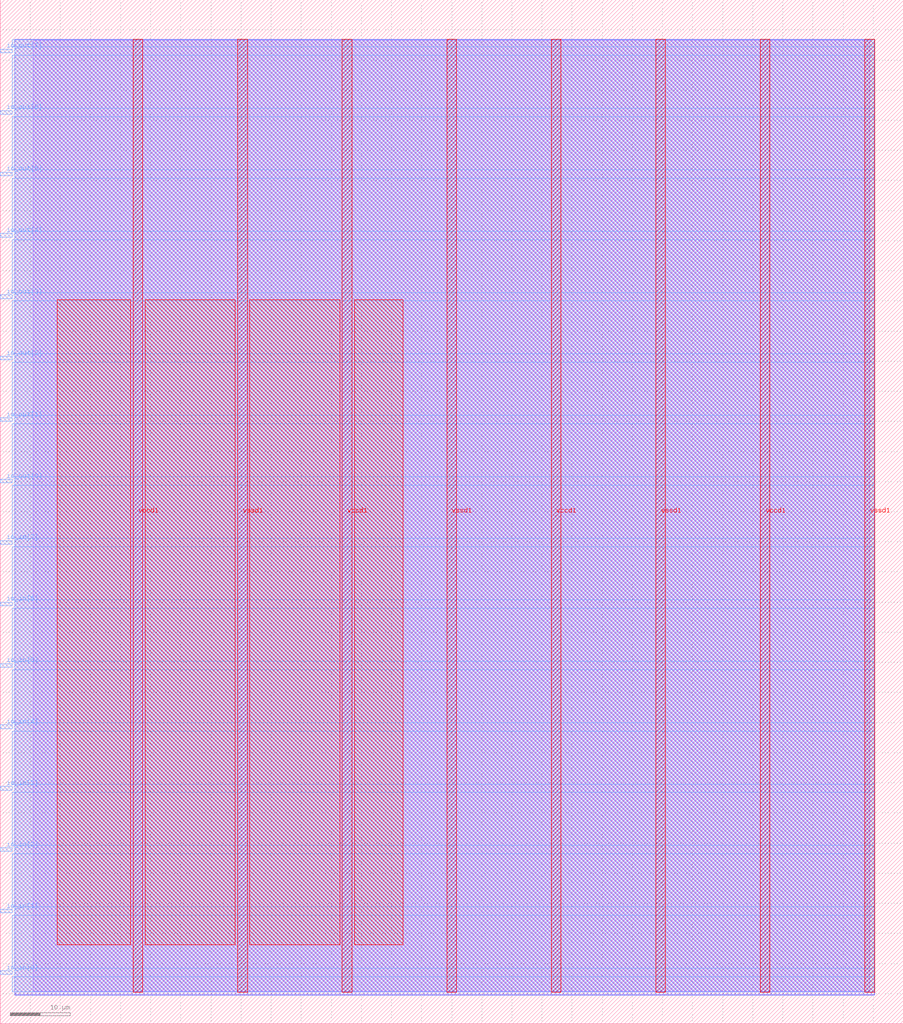
<source format=lef>
VERSION 5.7 ;
  NOWIREEXTENSIONATPIN ON ;
  DIVIDERCHAR "/" ;
  BUSBITCHARS "[]" ;
MACRO frog
  CLASS BLOCK ;
  FOREIGN frog ;
  ORIGIN 0.000 0.000 ;
  SIZE 150.000 BY 170.000 ;
  PIN io_in[0]
    DIRECTION INPUT ;
    USE SIGNAL ;
    PORT
      LAYER met3 ;
        RECT 0.000 8.200 2.000 8.800 ;
    END
  END io_in[0]
  PIN io_in[1]
    DIRECTION INPUT ;
    USE SIGNAL ;
    PORT
      LAYER met3 ;
        RECT 0.000 18.400 2.000 19.000 ;
    END
  END io_in[1]
  PIN io_in[2]
    DIRECTION INPUT ;
    USE SIGNAL ;
    PORT
      LAYER met3 ;
        RECT 0.000 28.600 2.000 29.200 ;
    END
  END io_in[2]
  PIN io_in[3]
    DIRECTION INPUT ;
    USE SIGNAL ;
    PORT
      LAYER met3 ;
        RECT 0.000 38.800 2.000 39.400 ;
    END
  END io_in[3]
  PIN io_in[4]
    DIRECTION INPUT ;
    USE SIGNAL ;
    PORT
      LAYER met3 ;
        RECT 0.000 49.000 2.000 49.600 ;
    END
  END io_in[4]
  PIN io_in[5]
    DIRECTION INPUT ;
    USE SIGNAL ;
    PORT
      LAYER met3 ;
        RECT 0.000 59.200 2.000 59.800 ;
    END
  END io_in[5]
  PIN io_in[6]
    DIRECTION INPUT ;
    USE SIGNAL ;
    PORT
      LAYER met3 ;
        RECT 0.000 69.400 2.000 70.000 ;
    END
  END io_in[6]
  PIN io_in[7]
    DIRECTION INPUT ;
    USE SIGNAL ;
    PORT
      LAYER met3 ;
        RECT 0.000 79.600 2.000 80.200 ;
    END
  END io_in[7]
  PIN io_out[0]
    DIRECTION OUTPUT TRISTATE ;
    USE SIGNAL ;
    PORT
      LAYER met3 ;
        RECT 0.000 89.800 2.000 90.400 ;
    END
  END io_out[0]
  PIN io_out[1]
    DIRECTION OUTPUT TRISTATE ;
    USE SIGNAL ;
    PORT
      LAYER met3 ;
        RECT 0.000 100.000 2.000 100.600 ;
    END
  END io_out[1]
  PIN io_out[2]
    DIRECTION OUTPUT TRISTATE ;
    USE SIGNAL ;
    PORT
      LAYER met3 ;
        RECT 0.000 110.200 2.000 110.800 ;
    END
  END io_out[2]
  PIN io_out[3]
    DIRECTION OUTPUT TRISTATE ;
    USE SIGNAL ;
    PORT
      LAYER met3 ;
        RECT 0.000 120.400 2.000 121.000 ;
    END
  END io_out[3]
  PIN io_out[4]
    DIRECTION OUTPUT TRISTATE ;
    USE SIGNAL ;
    PORT
      LAYER met3 ;
        RECT 0.000 130.600 2.000 131.200 ;
    END
  END io_out[4]
  PIN io_out[5]
    DIRECTION OUTPUT TRISTATE ;
    USE SIGNAL ;
    PORT
      LAYER met3 ;
        RECT 0.000 140.800 2.000 141.400 ;
    END
  END io_out[5]
  PIN io_out[6]
    DIRECTION OUTPUT TRISTATE ;
    USE SIGNAL ;
    PORT
      LAYER met3 ;
        RECT 0.000 151.000 2.000 151.600 ;
    END
  END io_out[6]
  PIN io_out[7]
    DIRECTION OUTPUT TRISTATE ;
    USE SIGNAL ;
    PORT
      LAYER met3 ;
        RECT 0.000 161.200 2.000 161.800 ;
    END
  END io_out[7]
  PIN vccd1
    DIRECTION INOUT ;
    USE POWER ;
    PORT
      LAYER met4 ;
        RECT 22.085 5.200 23.685 163.440 ;
    END
    PORT
      LAYER met4 ;
        RECT 56.815 5.200 58.415 163.440 ;
    END
    PORT
      LAYER met4 ;
        RECT 91.545 5.200 93.145 163.440 ;
    END
    PORT
      LAYER met4 ;
        RECT 126.275 5.200 127.875 163.440 ;
    END
  END vccd1
  PIN vssd1
    DIRECTION INOUT ;
    USE GROUND ;
    PORT
      LAYER met4 ;
        RECT 39.450 5.200 41.050 163.440 ;
    END
    PORT
      LAYER met4 ;
        RECT 74.180 5.200 75.780 163.440 ;
    END
    PORT
      LAYER met4 ;
        RECT 108.910 5.200 110.510 163.440 ;
    END
    PORT
      LAYER met4 ;
        RECT 143.640 5.200 145.240 163.440 ;
    END
  END vssd1
  OBS
      LAYER li1 ;
        RECT 5.520 5.355 144.440 163.285 ;
      LAYER met1 ;
        RECT 2.370 4.800 145.240 163.440 ;
      LAYER met2 ;
        RECT 2.390 4.770 145.210 163.385 ;
      LAYER met3 ;
        RECT 2.000 162.200 145.230 163.365 ;
        RECT 2.400 160.800 145.230 162.200 ;
        RECT 2.000 152.000 145.230 160.800 ;
        RECT 2.400 150.600 145.230 152.000 ;
        RECT 2.000 141.800 145.230 150.600 ;
        RECT 2.400 140.400 145.230 141.800 ;
        RECT 2.000 131.600 145.230 140.400 ;
        RECT 2.400 130.200 145.230 131.600 ;
        RECT 2.000 121.400 145.230 130.200 ;
        RECT 2.400 120.000 145.230 121.400 ;
        RECT 2.000 111.200 145.230 120.000 ;
        RECT 2.400 109.800 145.230 111.200 ;
        RECT 2.000 101.000 145.230 109.800 ;
        RECT 2.400 99.600 145.230 101.000 ;
        RECT 2.000 90.800 145.230 99.600 ;
        RECT 2.400 89.400 145.230 90.800 ;
        RECT 2.000 80.600 145.230 89.400 ;
        RECT 2.400 79.200 145.230 80.600 ;
        RECT 2.000 70.400 145.230 79.200 ;
        RECT 2.400 69.000 145.230 70.400 ;
        RECT 2.000 60.200 145.230 69.000 ;
        RECT 2.400 58.800 145.230 60.200 ;
        RECT 2.000 50.000 145.230 58.800 ;
        RECT 2.400 48.600 145.230 50.000 ;
        RECT 2.000 39.800 145.230 48.600 ;
        RECT 2.400 38.400 145.230 39.800 ;
        RECT 2.000 29.600 145.230 38.400 ;
        RECT 2.400 28.200 145.230 29.600 ;
        RECT 2.000 19.400 145.230 28.200 ;
        RECT 2.400 18.000 145.230 19.400 ;
        RECT 2.000 9.200 145.230 18.000 ;
        RECT 2.400 7.800 145.230 9.200 ;
        RECT 2.000 5.275 145.230 7.800 ;
      LAYER met4 ;
        RECT 9.495 13.095 21.685 120.185 ;
        RECT 24.085 13.095 39.050 120.185 ;
        RECT 41.450 13.095 56.415 120.185 ;
        RECT 58.815 13.095 66.865 120.185 ;
  END
END frog
END LIBRARY


</source>
